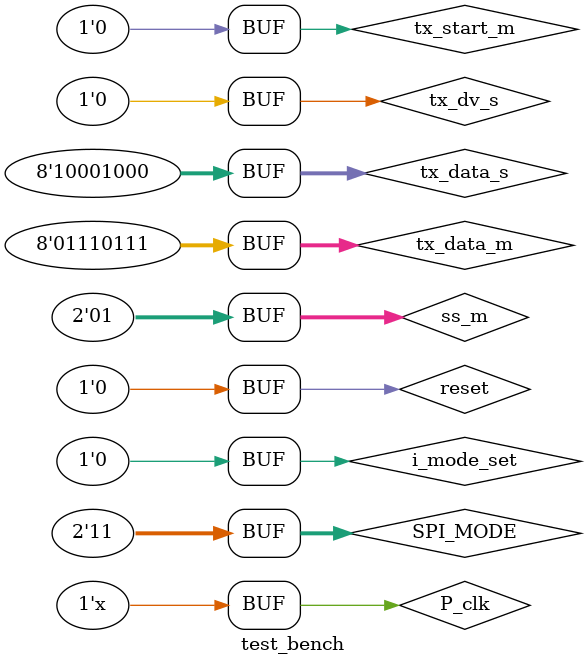
<source format=v>
`timescale 1ns / 1ps


module test_bench();
    reg P_clk, reset;
    
    // Master
    reg[7:0]    tx_data_m;
    wire[7:0]   rx_data_m;
    reg         tx_start_m;
    reg[1:0]    ss_m;
    wire        s0_m, s1_m, s2_m, s3_m;
    wire        s_clk_m, mosi_m, miso_m, spic_m;
    reg         i_mode_set;
    reg[1:0]    SPI_MODE;
    
    // Slave
    reg[7:0]    tx_data_s;
    wire[7:0]   rx_data_s_2, rx_data_s_3;
    reg         tx_dv_s;
    wire        spic_s_2, spic_s_3;
    
    SPI_master dut1(P_clk, reset, tx_data_m, tx_start_m, rx_data_m, ss_m, s0_m, s1_m, s2_m, s3_m,
                    s_clk_m, mosi_m, miso_m, i_mode_set, SPI_MODE, spic_m);
    SPI_slave_00 dut2(P_clk, s_clk_m, reset, s0_m, tx_data_s, tx_dv_s, rx_data_s_2, mosi_m, miso_m, spic_s_2);
    SPI_slave_11 dut3(P_clk, s_clk_m, reset, s1_m, tx_data_s, tx_dv_s, rx_data_s_3, mosi_m, miso_m, spic_s_3);
    
    always #50 P_clk = ~P_clk;
    initial begin
        P_clk = 1;
        reset = 1;
        
        tx_data_m = {8{1'b0}};
        tx_data_s = {8{1'b0}};
        
        tx_start_m = 1'b0;
        tx_dv_s = 1'b0;
        
        ss_m = 2'b00;
        SPI_MODE = 2'b00; // cpol = 0, cpha = 0
        #500
        reset = 1'b0;
        tx_data_m = 8'haa;
        tx_data_s = 8'hbb;
        i_mode_set = 1'b1;
        #100
        i_mode_set = 1'b0;
        tx_dv_s = 1'b1;
        #100
        tx_dv_s = 1'b0;
        tx_start_m = 1'b1;
        #100
        tx_start_m = 1'b0;
        
        #7000
        SPI_MODE = 2'b11; // cpol = 1, chpa = 1
        #100 
        i_mode_set = 1'b1;
        tx_data_m = 8'h77;
        tx_data_s = 8'h88;
        ss_m = 2'b01;
        #100
        i_mode_set = 1'b0;
        tx_dv_s = 1'b1;
        #100
        tx_dv_s = 1'b0;
        tx_start_m = 1'b1;
        #100
        tx_start_m = 1'b0;
    end
endmodule

</source>
